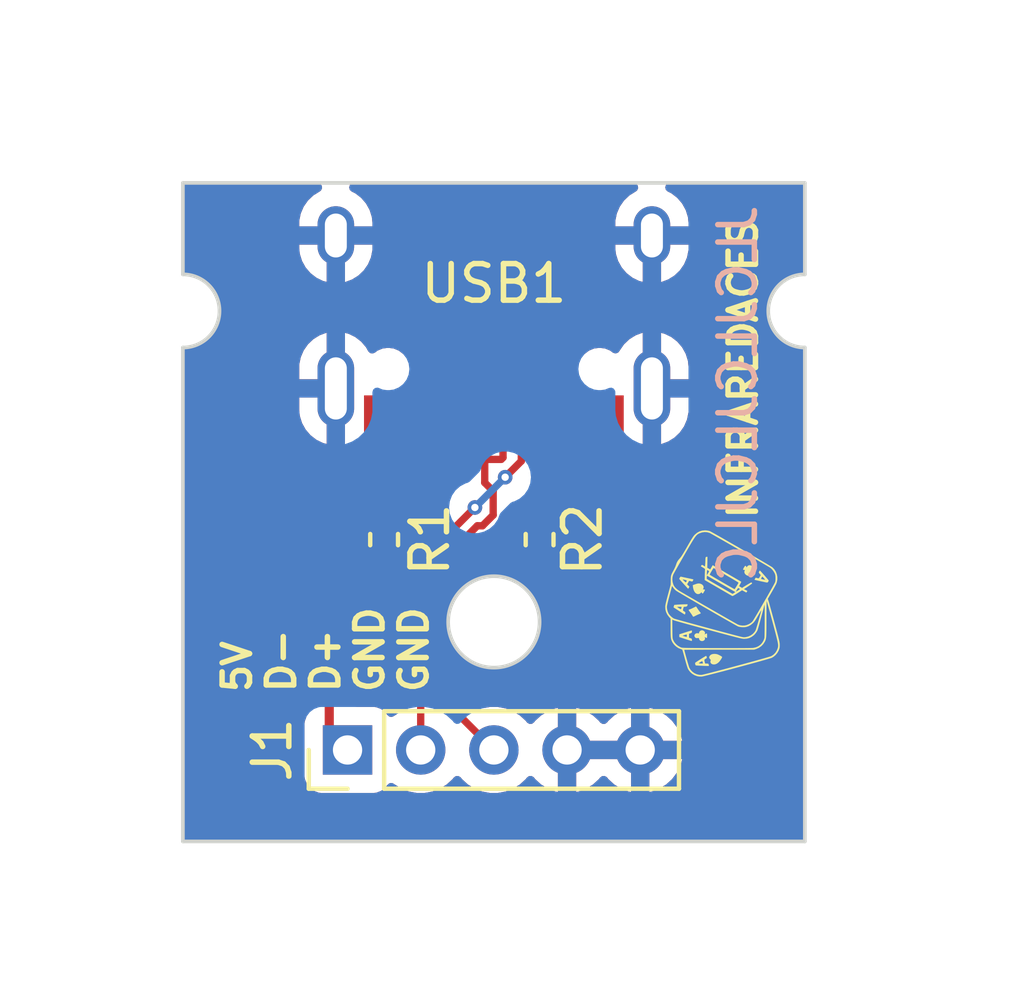
<source format=kicad_pcb>
(kicad_pcb (version 20221018) (generator pcbnew)
  (layers (0 "F.Cu" signal) (31 "B.Cu" signal) (34 "B.Paste" user) (35 "F.Paste" user) (36 "B.SilkS" user "B.Silkscreen") (37 "F.SilkS" user "F.Silkscreen") (38 "B.Mask" user) (39 "F.Mask" user) (44 "Edge.Cuts" user))
  (net 0 "")
  (net 1 "GND")
  (net 2 "Net-(USB1-CC2)")
  (net 3 "Net-(USB1-CC1)")
  (net 4 "/USB_D+")
  (net 5 "/USB_D-")
  (net 8 "+5V")
  (footprint "Resistor_SMD:R_0402_1005Metric" (layer "F.Cu") (at 135.5 79.75 -90)
    (fp_text reference "R1" (at 0 -1.25 90) (layer "F.SilkS"))
    (fp_text value "5.1k")
    (fp_line (start -0.153641 -0.38) (end 0.153641 -0.38) (stroke (width 0.12)) (layer "F.SilkS"))
    (fp_line (start -0.153641 0.38) (end 0.153641 0.38) (stroke (width 0.12)) (layer "F.SilkS"))
    (pad "1" smd roundrect (at -0.51 0 270) (size 0.54 0.64) (layers "F.Cu" "F.Paste" "F.Mask") (net 2 "Net-(USB1-CC2)"))
    (pad "2" smd roundrect (at 0.51 0 270) (size 0.54 0.64) (layers "F.Cu" "F.Paste" "F.Mask") (net 1 "GND"))
  )
  (footprint "Resistor_SMD:R_0402_1005Metric" (layer "F.Cu") (at 139.75 79.75 -90)
    (fp_text reference "R2" (at 0 -1.17 90) (layer "F.SilkS"))
    (fp_text value "5.1k")
    (fp_line (start -0.153641 -0.38) (end 0.153641 -0.38) (stroke (width 0.12)) (layer "F.SilkS"))
    (fp_line (start -0.153641 0.38) (end 0.153641 0.38) (stroke (width 0.12)) (layer "F.SilkS"))
    (pad "1" smd roundrect (at -0.51 0 270) (size 0.54 0.64) (layers "F.Cu" "F.Paste" "F.Mask") (net 3 "Net-(USB1-CC1)"))
    (pad "2" smd roundrect (at 0.51 0 270) (size 0.54 0.64) (layers "F.Cu" "F.Paste" "F.Mask") (net 1 "GND"))
  )
  (footprint "Connector_PinHeader_2.00mm:PinHeader_1x05_P2.00mm_Vertical" (layer "F.Cu") (at 134.5 85.5 90)
    (fp_text reference "J1" (at 0 -2.06 90) (layer "F.SilkS"))
    (fp_text value "Conn_01x05")
    (fp_line (start -1.06 -1.06) (end 0 -1.06) (stroke (width 0.12)) (layer "F.SilkS"))
    (fp_line (start -1.06 0) (end -1.06 -1.06) (stroke (width 0.12)) (layer "F.SilkS"))
    (fp_line (start -1.06 1) (end -1.06 9.06) (stroke (width 0.12)) (layer "F.SilkS"))
    (fp_line (start -1.06 1) (end 1.06 1) (stroke (width 0.12)) (layer "F.SilkS"))
    (fp_line (start -1.06 9.06) (end 1.06 9.06) (stroke (width 0.12)) (layer "F.SilkS"))
    (fp_line (start 1.06 1) (end 1.06 9.06) (stroke (width 0.12)) (layer "F.SilkS"))
    (pad "1" thru_hole rect (at 0 0 90) (size 1.35 1.35) (drill 0.8) (layers "*.Cu" "*.Mask") (net 8 "+5V"))
    (pad "2" thru_hole oval (at 0 2 90) (size 1.35 1.35) (drill 0.8) (layers "*.Cu" "*.Mask") (net 5 "/USB_D-"))
    (pad "3" thru_hole oval (at 0 4 90) (size 1.35 1.35) (drill 0.8) (layers "*.Cu" "*.Mask") (net 4 "/USB_D+"))
    (pad "4" thru_hole oval (at 0 6 90) (size 1.35 1.35) (drill 0.8) (layers "*.Cu" "*.Mask") (net 1 "GND"))
    (pad "5" thru_hole oval (at 0 8 90) (size 1.35 1.35) (drill 0.8) (layers "*.Cu" "*.Mask") (net 1 "GND"))
  )
  (footprint "Type-C:HRO-TYPE-C-31-M-12-Assembly" (layer "F.Cu") (at 138.5 68.8375 180)
    (fp_text reference "USB1" (at 0 -3.9125) (layer "F.SilkS"))
    (fp_text value "HRO-TYPE-C-31-M-12")
    (pad "" np_thru_hole circle (at -2.89 -6.25 180) (size 0.65 0.65) (drill 0.65) (layers "*.Cu" "*.Mask"))
    (pad "" np_thru_hole circle (at 2.89 -6.25 180) (size 0.65 0.65) (drill 0.65) (layers "*.Cu" "*.Mask"))
    (pad "1" smd rect (at -3.25 -7.695 180) (size 0.6 1.45) (layers "F.Cu" "F.Paste" "F.Mask") (net 1 "GND"))
    (pad "2" smd rect (at -2.45 -7.695 180) (size 0.6 1.45) (layers "F.Cu" "F.Paste" "F.Mask") (net 8 "+5V"))
    (pad "3" smd rect (at -1.75 -7.695 180) (size 0.3 1.45) (layers "F.Cu" "F.Paste" "F.Mask"))
    (pad "4" smd rect (at -1.25 -7.695 180) (size 0.3 1.45) (layers "F.Cu" "F.Paste" "F.Mask") (net 3 "Net-(USB1-CC1)"))
    (pad "5" smd rect (at -0.75 -7.695 180) (size 0.3 1.45) (layers "F.Cu" "F.Paste" "F.Mask") (net 5 "/USB_D-"))
    (pad "6" smd rect (at -0.25 -7.695 180) (size 0.3 1.45) (layers "F.Cu" "F.Paste" "F.Mask") (net 4 "/USB_D+"))
    (pad "7" smd rect (at 0.25 -7.695 180) (size 0.3 1.45) (layers "F.Cu" "F.Paste" "F.Mask") (net 5 "/USB_D-"))
    (pad "8" smd rect (at 0.75 -7.695 180) (size 0.3 1.45) (layers "F.Cu" "F.Paste" "F.Mask") (net 4 "/USB_D+"))
    (pad "9" smd rect (at 1.25 -7.695 180) (size 0.3 1.45) (layers "F.Cu" "F.Paste" "F.Mask"))
    (pad "10" smd rect (at 1.75 -7.695 180) (size 0.3 1.45) (layers "F.Cu" "F.Paste" "F.Mask") (net 2 "Net-(USB1-CC2)"))
    (pad "11" smd rect (at 2.45 -7.695 180) (size 0.6 1.45) (layers "F.Cu" "F.Paste" "F.Mask") (net 8 "+5V"))
    (pad "12" smd rect (at 3.25 -7.695 180) (size 0.6 1.45) (layers "F.Cu" "F.Paste" "F.Mask") (net 1 "GND"))
    (pad "13" thru_hole oval (at -4.32 -6.78 180) (size 1 2.1) (drill oval 0.6 1.7) (layers "*.Cu" "*.Mask") (net 1 "GND"))
    (pad "13" thru_hole oval (at -4.32 -2.6 180) (size 1 1.6) (drill oval 0.6 1.2) (layers "*.Cu" "*.Mask") (net 1 "GND"))
    (pad "13" thru_hole oval (at 4.32 -6.78 180) (size 1 2.1) (drill oval 0.6 1.7) (layers "*.Cu" "*.Mask") (net 1 "GND"))
    (pad "13" thru_hole oval (at 4.32 -2.6 180) (size 1 1.6) (drill oval 0.6 1.2) (layers "*.Cu" "*.Mask") (net 1 "GND"))
  )
  (footprint "Logo:InfraredAces-logo-4x3.1mm" (layer "F.Cu") (at 144.75 81.5 90)
    (fp_text reference "G***" hide)
    (fp_text value "LOGO" hide)
    (fp_poly (pts (xy -1.439953 -0.357076) (xy -1.428561 -0.3507) (xy -1.40002 -0.324344) (xy -1.381765 -0.286616) (xy -1.373989 -0.238036) (xy -1.374387 -0.204588) (xy -1.377469 -0.173112) (xy -1.383295 -0.146296) (xy -1.393615 -0.118365) (xy -1.41018 -0.083543) (xy -1.412372 -0.079212) (xy -1.4283 -0.049997) (xy -1.443064 -0.026652) (xy -1.454537 -0.012372) (xy -1.458837 -0.009503) (xy -1.470518 -0.01253) (xy -1.491311 -0.022573) (xy -1.517513 -0.037754) (xy -1.529141 -0.045146) (xy -1.573961 -0.077175) (xy -1.607397 -0.108191) (xy -1.632962 -0.141805) (xy -1.646506 -0.165739) (xy -1.659957 -0.203975) (xy -1.663161 -0.24271) (xy -1.656706 -0.278359) (xy -1.641181 -0.30734) (xy -1.620439 -0.324504) (xy -1.598714 -0.330957) (xy -1.574938 -0.331367) (xy -1.555464 -0.326138) (xy -1.548123 -0.319909) (xy -1.540926 -0.321097) (xy -1.526992 -0.331271) (xy -1.517619 -0.340005) (xy -1.492073 -0.359939) (xy -1.467458 -0.365477)) (fill solid) (layer "F.SilkS"))
    (fp_poly (pts (xy 0.946057 0.564427) (xy 0.970939 0.576089) (xy 0.990406 0.587353) (xy 1.018851 0.606557) (xy 1.032919 0.621826) (xy 1.033014 0.634197) (xy 1.019543 0.644705) (xy 1.013875 0.647258) (xy 0.989817 0.657223) (xy 1.012186 0.670827) (xy 1.036712 0.693876) (xy 1.04905 0.723823) (xy 1.049036 0.757632) (xy 1.036506 0.792265) (xy 1.020019 0.815578) (xy 0.996875 0.837977) (xy 0.969696 0.855651) (xy 0.935574 0.869813) (xy 0.891599 0.881679) (xy 0.836489 0.892191) (xy 0.817657 0.893142) (xy 0.806405 0.885428) (xy 0.800309 0.875178) (xy 0.79186 0.855287) (xy 0.781959 0.826983) (xy 0.772046 0.795102) (xy 0.763565 0.764482) (xy 0.757958 0.739956) (xy 0.756506 0.728327) (xy 0.762195 0.689136) (xy 0.777466 0.654226) (xy 0.79999 0.625694) (xy 0.827436 0.605639) (xy 0.857472 0.596156) (xy 0.887767 0.599344) (xy 0.896007 0.602807) (xy 0.920233 0.614893) (xy 0.920233 0.588195) (xy 0.922503 0.570459) (xy 0.930512 0.562544)) (fill solid) (layer "F.SilkS"))
    (fp_poly (pts (xy 0.520362 -0.771109) (xy 0.536107 -0.72602) (xy 0.546051 -0.691484) (xy 0.550795 -0.663833) (xy 0.55094 -0.639398) (xy 0.54709 -0.61451) (xy 0.546493 -0.61179) (xy 0.532399 -0.573843) (xy 0.510371 -0.544028) (xy 0.482949 -0.523994) (xy 0.452678 -0.51539) (xy 0.422099 -0.519867) (xy 0.412152 -0.524624) (xy 0.390798 -0.536879) (xy 0.388414 -0.508849) (xy 0.384907 -0.48998) (xy 0.379342 -0.479622) (xy 0.378231 -0.47911) (xy 0.368088 -0.481963) (xy 0.348692 -0.491075) (xy 0.324077 -0.504535) (xy 0.3219 -0.505803) (xy 0.293042 -0.524095) (xy 0.277726 -0.53797) (xy 0.275088 -0.548985) (xy 0.284262 -0.558696) (xy 0.290497 -0.562281) (xy 0.306721 -0.571467) (xy 0.30974 -0.578379) (xy 0.300159 -0.58799) (xy 0.294202 -0.592706) (xy 0.277918 -0.611184) (xy 0.26545 -0.634782) (xy 0.264782 -0.636707) (xy 0.25995 -0.673586) (xy 0.269392 -0.70833) (xy 0.291817 -0.739806) (xy 0.325934 -0.766886) (xy 0.370454 -0.788438) (xy 0.424084 -0.803331) (xy 0.461132 -0.808705) (xy 0.50504 -0.81305)) (fill solid) (layer "F.SilkS"))
    (fp_poly (pts (xy -0.166826 -0.921277) (xy -0.15946 -0.904233) (xy -0.156428 -0.894888) (xy -0.148365 -0.872906) (xy -0.135196 -0.842459) (xy -0.119241 -0.808801) (xy -0.112301 -0.795035) (xy -0.097562 -0.765961) (xy -0.085993 -0.742339) (xy -0.079161 -0.72741) (xy -0.077986 -0.724007) (xy -0.084123 -0.718111) (xy -0.100302 -0.706587) (xy -0.123173 -0.691803) (xy -0.125947 -0.690084) (xy -0.158393 -0.668755) (xy -0.192894 -0.644089) (xy -0.21552 -0.626587) (xy -0.237178 -0.609608) (xy -0.254239 -0.597448) (xy -0.263068 -0.592695) (xy -0.263132 -0.592693) (xy -0.268702 -0.599415) (xy -0.277512 -0.617027) (xy -0.287544 -0.641434) (xy -0.301719 -0.675623) (xy -0.319316 -0.713585) (xy -0.332346 -0.739185) (xy -0.345448 -0.764843) (xy -0.354892 -0.78587) (xy -0.358726 -0.797896) (xy -0.358735 -0.79818) (xy -0.35234 -0.807854) (xy -0.336625 -0.81867) (xy -0.33339 -0.8203) (xy -0.316208 -0.830184) (xy -0.29076 -0.846825) (xy -0.261148 -0.86748) (xy -0.243662 -0.880234) (xy -0.2162 -0.900178) (xy -0.193217 -0.916042) (xy -0.177656 -0.925843) (xy -0.17276 -0.928032)) (fill solid) (layer "F.SilkS"))
    (fp_poly (pts (xy -0.786216 -1.017716) (xy -0.77078 -0.969477) (xy -0.757108 -0.925933) (xy -0.745897 -0.889373) (xy -0.737845 -0.862087) (xy -0.73365 -0.846365) (xy -0.733206 -0.843749) (xy -0.738853 -0.837092) (xy -0.757191 -0.835494) (xy -0.765582 -0.835951) (xy -0.784838 -0.838233) (xy -0.796204 -0.844112) (xy -0.80408 -0.857591) (xy -0.811097 -0.877341) (xy -0.824097 -0.916334) (xy -0.877341 -0.916334) (xy -0.930585 -0.916334) (xy -0.943585 -0.877341) (xy -0.951904 -0.854548) (xy -0.960069 -0.842667) (xy -0.972482 -0.837694) (xy -0.9891 -0.835951) (xy -1.011632 -0.836081) (xy -1.020957 -0.841133) (xy -1.021437 -0.843749) (xy -1.019057 -0.853875) (xy -1.012496 -0.876526) (xy -1.002457 -0.909416) (xy -0.989642 -0.950256) (xy -0.980104 -0.980049) (xy -0.909687 -0.980049) (xy -0.90152 -0.975988) (xy -0.881632 -0.974836) (xy -0.877867 -0.974824) (xy -0.856749 -0.975733) (xy -0.843979 -0.978037) (xy -0.842248 -0.979462) (xy -0.844368 -0.989517) (xy -0.849797 -1.008886) (xy -0.857133 -1.033111) (xy -0.864975 -1.057735) (xy -0.871922 -1.0783) (xy -0.876575 -1.090348) (xy -0.877547 -1.091803) (xy -0.880852 -1.084962) (xy -0.886819 -1.067195) (xy -0.892826 -1.046961) (xy -0.900389 -1.020312) (xy -0.906671 -0.998297) (xy -0.909503 -0.988471) (xy -0.909687 -0.980049) (xy -0.980104 -0.980049) (xy -0.974754 -0.99676) (xy -0.96796 -1.017716) (xy -0.914662 -1.181486) (xy -0.876875 -1.181486) (xy -0.839088 -1.181486)) (fill solid) (layer "F.SilkS"))
    (fp_poly (pts (xy -0.848462 -0.763216) (xy -0.82777 -0.746638) (xy -0.81328 -0.722698) (xy -0.8074 -0.693357) (xy -0.812539 -0.660579) (xy -0.813094 -0.658981) (xy -0.814488 -0.647184) (xy -0.804599 -0.642723) (xy -0.799135 -0.642252) (xy -0.768572 -0.633196) (xy -0.74483 -0.61146) (xy -0.732384 -0.585688) (xy -0.727451 -0.56297) (xy -0.729861 -0.544219) (xy -0.73791 -0.525327) (xy -0.758283 -0.495552) (xy -0.782763 -0.479682) (xy -0.810045 -0.478437) (xy -0.818321 -0.480925) (xy -0.841784 -0.489782) (xy -0.826753 -0.460318) (xy -0.818544 -0.441162) (xy -0.815846 -0.428178) (xy -0.816586 -0.425989) (xy -0.826262 -0.423595) (xy -0.847167 -0.421859) (xy -0.874938 -0.421129) (xy -0.877341 -0.421124) (xy -0.905475 -0.421758) (xy -0.927095 -0.423426) (xy -0.937836 -0.42578) (xy -0.938096 -0.425989) (xy -0.937829 -0.435214) (xy -0.931474 -0.452795) (xy -0.927287 -0.461577) (xy -0.917948 -0.480369) (xy -0.915701 -0.488055) (xy -0.920524 -0.487407) (xy -0.927109 -0.484007) (xy -0.954362 -0.476213) (xy -0.980776 -0.483439) (xy -0.993 -0.491666) (xy -1.013196 -0.515499) (xy -1.022921 -0.544235) (xy -1.023014 -0.574411) (xy -1.014319 -0.602564) (xy -0.997677 -0.625229) (xy -0.97393 -0.638943) (xy -0.956597 -0.641434) (xy -0.946363 -0.642542) (xy -0.941487 -0.648403) (xy -0.940669 -0.662825) (xy -0.942124 -0.683826) (xy -0.943328 -0.709743) (xy -0.940345 -0.726586) (xy -0.931385 -0.740688) (xy -0.923679 -0.749139) (xy -0.898825 -0.766429) (xy -0.87295 -0.770467)) (fill solid) (layer "F.SilkS"))
    (fp_poly (pts (xy -0.068486 -1.330022) (xy -0.035094 -1.320186) (xy -0.030108 -1.265227) (xy -0.026874 -1.224735) (xy -0.024008 -1.179713) (xy -0.021587 -1.132716) (xy -0.01969 -1.086299) (xy -0.018395 -1.043015) (xy -0.017781 -1.005419) (xy -0.017926 -0.976065) (xy -0.018909 -0.957507) (xy -0.0205 -0.952131) (xy -0.032182 -0.954635) (xy -0.051007 -0.95971) (xy -0.051659 -0.959899) (xy -0.069533 -0.969754) (xy -0.080361 -0.988366) (xy -0.085237 -1.018234) (xy -0.085785 -1.037887) (xy -0.088015 -1.053089) (xy -0.097593 -1.06196) (xy -0.115454 -1.067996) (xy -0.149501 -1.076914) (xy -0.171976 -1.081232) (xy -0.186365 -1.080419) (xy -0.196154 -1.07394) (xy -0.204828 -1.061262) (xy -0.209147 -1.053661) (xy -0.221276 -1.033789) (xy -0.231325 -1.020225) (xy -0.234193 -1.01757) (xy -0.246712 -1.015511) (xy -0.265188 -1.017607) (xy -0.283355 -1.02246) (xy -0.294945 -1.028669) (xy -0.296346 -1.031452) (xy -0.294691 -1.036905) (xy -0.289229 -1.047615) (xy -0.279218 -1.064775) (xy -0.263916 -1.08958) (xy -0.242581 -1.123222) (xy -0.232849 -1.138341) (xy -0.151195 -1.138341) (xy -0.145433 -1.132027) (xy -0.131761 -1.127896) (xy -0.123206 -1.126051) (xy -0.089684 -1.11893) (xy -0.087286 -1.148258) (xy -0.086302 -1.176293) (xy -0.087024 -1.206693) (xy -0.087286 -1.210731) (xy -0.089684 -1.243875) (xy -0.119685 -1.197699) (xy -0.138456 -1.168444) (xy -0.148914 -1.149569) (xy -0.151195 -1.138341) (xy -0.232849 -1.138341) (xy -0.214469 -1.166896) (xy -0.178839 -1.221794) (xy -0.158592 -1.252874) (xy -0.101877 -1.339858)) (fill solid) (layer "F.SilkS"))
    (fp_poly (pts (xy 0.694341 -1.177286) (xy 0.708913 -1.169278) (xy 0.728936 -1.1561) (xy 0.736933 -1.144632) (xy 0.736722 -1.135313) (xy 0.733973 -1.122838) (xy 0.728569 -1.097771) (xy 0.72108 -1.062782) (xy 0.712078 -1.020537) (xy 0.702133 -0.973707) (xy 0.701543 -0.970925) (xy 0.689608 -0.914772) (xy 0.680401 -0.872057) (xy 0.673452 -0.840948) (xy 0.668291 -0.819618) (xy 0.664449 -0.806237) (xy 0.661457 -0.798975) (xy 0.658844 -0.796004) (xy 0.656505 -0.795485) (xy 0.646919 -0.799214) (xy 0.630172 -0.808357) (xy 0.62671 -0.810437) (xy 0.602239 -0.825359) (xy 0.612367 -0.868931) (xy 0.622496 -0.912503) (xy 0.575208 -0.940218) (xy 0.52792 -0.967933) (xy 0.495219 -0.935839) (xy 0.462518 -0.903746) (xy 0.434022 -0.920559) (xy 0.416534 -0.931417) (xy 0.406478 -0.938705) (xy 0.405526 -0.939919) (xy 0.411006 -0.945476) (xy 0.426172 -0.959727) (xy 0.449117 -0.980932) (xy 0.471793 -1.001725) (xy 0.581064 -1.001725) (xy 0.581838 -1.000903) (xy 0.594623 -0.993856) (xy 0.605234 -0.986488) (xy 0.619425 -0.977741) (xy 0.629656 -0.978104) (xy 0.637751 -0.989379) (xy 0.645533 -1.013368) (xy 0.649842 -1.030546) (xy 0.655991 -1.05784) (xy 0.659886 -1.078483) (xy 0.660792 -1.088513) (xy 0.660641 -1.088842) (xy 0.654431 -1.084908) (xy 0.640258 -1.07217) (xy 0.620886 -1.053146) (xy 0.615631 -1.047783) (xy 0.596832 -1.027041) (xy 0.584633 -1.010749) (xy 0.581064 -1.001725) (xy 0.471793 -1.001725) (xy 0.477931 -1.007353) (xy 0.510705 -1.037252) (xy 0.545532 -1.068888) (xy 0.580501 -1.100525) (xy 0.613705 -1.130423) (xy 0.643235 -1.156844) (xy 0.660357 -1.172038) (xy 0.671365 -1.180768) (xy 0.68082 -1.182624)) (fill solid) (layer "F.SilkS"))
    (fp_poly (pts (xy -1.621141 -0.74857) (xy -1.614661 -0.745192) (xy -1.604638 -0.731608) (xy -1.588775 -0.708343) (xy -1.568553 -0.677734) (xy -1.545452 -0.642118) (xy -1.520951 -0.603833) (xy -1.496533 -0.565216) (xy -1.473676 -0.528604) (xy -1.453862 -0.496334) (xy -1.43857 -0.470743) (xy -1.429281 -0.45417) (xy -1.427142 -0.449126) (xy -1.433991 -0.441239) (xy -1.450859 -0.434034) (xy -1.472222 -0.429531) (xy -1.482378 -0.428923) (xy -1.489633 -0.435101) (xy -1.501286 -0.450964) (xy -1.509873 -0.464756) (xy -1.520514 -0.482178) (xy -1.530036 -0.492608) (xy -1.541999 -0.496712) (xy -1.559964 -0.495155) (xy -1.587492 -0.488603) (xy -1.608034 -0.483102) (xy -1.637703 -0.475113) (xy -1.637703 -0.432982) (xy -1.639084 -0.408611) (xy -1.642631 -0.391126) (xy -1.645756 -0.385873) (xy -1.663665 -0.37789) (xy -1.683571 -0.373065) (xy -1.699323 -0.372534) (xy -1.704435 -0.37505) (xy -1.705177 -0.384291) (xy -1.705118 -0.406358) (xy -1.704381 -0.438503) (xy -1.703089 -0.477982) (xy -1.701364 -0.522048) (xy -1.700743 -0.536062) (xy -1.637703 -0.536062) (xy -1.609132 -0.540699) (xy -1.588647 -0.545363) (xy -1.575275 -0.550827) (xy -1.574193 -0.551702) (xy -1.574888 -0.560924) (xy -1.582596 -0.579395) (xy -1.595709 -0.603365) (xy -1.597866 -0.606918) (xy -1.613344 -0.631377) (xy -1.622952 -0.643959) (xy -1.628564 -0.646327) (xy -1.632051 -0.640144) (xy -1.632699 -0.637877) (xy -1.635483 -0.619814) (xy -1.637264 -0.593609) (xy -1.637597 -0.578025) (xy -1.637703 -0.536062) (xy -1.700743 -0.536062) (xy -1.69933 -0.567957) (xy -1.697108 -0.612963) (xy -1.694823 -0.654321) (xy -1.692595 -0.689285) (xy -1.69055 -0.71511) (xy -1.688808 -0.729049) (xy -1.688564 -0.729998) (xy -1.678993 -0.738674) (xy -1.660306 -0.745537) (xy -1.638892 -0.749273)) (fill solid) (layer "F.SilkS"))
    (fp_poly (pts (xy 0.65811 0.877141) (xy 0.673285 0.884263) (xy 0.690603 0.893679) (xy 0.704526 0.902395) (xy 0.709579 0.907221) (xy 0.707702 0.914806) (xy 0.702972 0.932925) (xy 0.698667 0.949175) (xy 0.693176 0.970523) (xy 0.692036 0.984721) (xy 0.697371 0.995389) (xy 0.711309 1.006143) (xy 0.735975 1.020601) (xy 0.743009 1.024613) (xy 0.780246 1.045895) (xy 0.81265 1.018157) (xy 0.831877 1.002739) (xy 0.846762 0.992668) (xy 0.852196 0.99042) (xy 0.863341 0.994032) (xy 0.879647 1.002534) (xy 0.895211 1.012428) (xy 0.904132 1.020215) (xy 0.904636 1.02151) (xy 0.899017 1.028606) (xy 0.883509 1.043987) (xy 0.86014 1.065872) (xy 0.830934 1.092479) (xy 0.797917 1.122029) (xy 0.763115 1.152739) (xy 0.728555 1.182829) (xy 0.696261 1.210517) (xy 0.66826 1.234022) (xy 0.646577 1.251563) (xy 0.633238 1.261359) (xy 0.630202 1.262801) (xy 0.617095 1.258447) (xy 0.598697 1.248577) (xy 0.596592 1.247253) (xy 0.57952 1.232169) (xy 0.575674 1.215874) (xy 0.575831 1.214679) (xy 0.578871 1.197815) (xy 0.584429 1.170147) (xy 0.586378 1.160829) (xy 0.649125 1.160829) (xy 0.652162 1.162114) (xy 0.664442 1.154499) (xy 0.683632 1.139535) (xy 0.692565 1.131973) (xy 0.714838 1.112401) (xy 0.731679 1.09696) (xy 0.740299 1.088232) (xy 0.740866 1.087289) (xy 0.734721 1.08257) (xy 0.719836 1.073936) (xy 0.701537 1.064214) (xy 0.685149 1.05623) (xy 0.675997 1.052811) (xy 0.675903 1.052809) (xy 0.672867 1.059794) (xy 0.66813 1.078) (xy 0.663347 1.10039) (xy 0.657591 1.127803) (xy 0.652233 1.150255) (xy 0.649125 1.160829) (xy 0.586378 1.160829) (xy 0.591918 1.134346) (xy 0.60075 1.093081) (xy 0.610337 1.049022) (xy 0.620089 1.00484) (xy 0.629419 0.963204) (xy 0.637738 0.926784) (xy 0.644458 0.89825) (xy 0.648991 0.880273) (xy 0.650612 0.875311)) (fill solid) (layer "F.SilkS"))
    (fp_poly (pts (xy 1.025519 -0.589902) (xy 1.038665 -0.581871) (xy 1.052049 -0.571333) (xy 1.060079 -0.562347) (xy 1.060608 -0.560579) (xy 1.056761 -0.550598) (xy 1.046849 -0.532196) (xy 1.03751 -0.516634) (xy 1.014412 -0.479614) (xy 1.066755 -0.474733) (xy 1.102148 -0.472098) (xy 1.143887 -0.469946) (xy 1.181486 -0.468778) (xy 1.222221 -0.467572) (xy 1.249841 -0.465038) (xy 1.266821 -0.46031) (xy 1.275635 -0.452526) (xy 1.278758 -0.44082) (xy 1.278968 -0.434742) (xy 1.278968 -0.411187) (xy 1.129826 -0.414206) (xy 0.980685 -0.417225) (xy 0.957803 -0.376811) (xy 0.934922 -0.336397) (xy 0.993058 -0.302702) (xy 1.051194 -0.269007) (xy 0.826954 0.119138) (xy 0.785793 0.190329) (xy 0.746917 0.257457) (xy 0.711032 0.319311) (xy 0.678844 0.374679) (xy 0.651059 0.422348) (xy 0.628385 0.461105) (xy 0.611528 0.48974) (xy 0.601193 0.507039) (xy 0.598101 0.511898) (xy 0.589723 0.510395) (xy 0.571427 0.502375) (xy 0.546633 0.489399) (xy 0.537259 0.484095) (xy 0.510963 0.46996) (xy 0.489864 0.460528) (xy 0.477416 0.457272) (xy 0.475757 0.457847) (xy 0.46913 0.467729) (xy 0.457925 0.48629) (xy 0.450095 0.499827) (xy 0.429709 0.535639) (xy 0.450426 0.566115) (xy 0.462069 0.584119) (xy 0.479449 0.61209) (xy 0.500426 0.646534) (xy 0.522856 0.683958) (xy 0.528248 0.693046) (xy 0.550523 0.730979) (xy 0.565595 0.757842) (xy 0.574373 0.775883) (xy 0.577767 0.787356) (xy 0.576687 0.794509) (xy 0.572041 0.799593) (xy 0.571476 0.800029) (xy 0.558631 0.808519) (xy 0.553116 0.810805) (xy 0.546982 0.804961) (xy 0.534186 0.78906) (xy 0.51691 0.765888) (xy 0.505979 0.750614) (xy 0.481845 0.715839) (xy 0.456233 0.678015) (xy 0.433902 0.64419) (xy 0.429777 0.637789) (xy 0.396228 0.585404) (xy 0.372974 0.63194) (xy 0.360492 0.655445) (xy 0.350233 0.672116) (xy 0.344479 0.678303) (xy 0.335137 0.673879) (xy 0.320805 0.663954) (xy 0.302372 0.649778) (xy 0.33377 0.59199) (xy 0.365168 0.534203) (xy 0.283313 0.406232) (xy 0.259382 0.36854) (xy 0.330733 0.36854) (xy 0.333023 0.376052) (xy 0.341742 0.392571) (xy 0.354493 0.414245) (xy 0.368877 0.437223) (xy 0.382497 0.457653) (xy 0.392955 0.471684) (xy 0.397457 0.475713) (xy 0.404478 0.469502) (xy 0.413638 0.454535) (xy 0.413773 0.454267) (xy 0.422145 0.437624) (xy 0.427011 0.428056) (xy 0.422082 0.422355) (xy 0.40751 0.411652) (xy 0.387332 0.398441) (xy 0.365583 0.385217) (xy 0.346297 0.374475) (xy 0.333511 0.36871) (xy 0.330733 0.36854) (xy 0.259382 0.36854) (xy 0.254847 0.361397) (xy 0.234065 0.327655) (xy 0.220011 0.303118) (xy 0.211727 0.285894) (xy 0.208344 0.274393) (xy 0.266184 0.274393) (xy 0.289973 0.313055) (xy 0.303064 0.333285) (xy 0.312726 0.346279) (xy 0.316325 0.349154) (xy 0.32059 0.342119) (xy 0.32883 0.328094) (xy 0.39563 0.328094) (xy 0.401307 0.334203) (xy 0.417589 0.346062) (xy 0.441454 0.361831) (xy 0.46988 0.379673) (xy 0.499845 0.397748) (xy 0.528328 0.414218) (xy 0.552305 0.427244) (xy 0.568756 0.434988) (xy 0.573526 0.43633) (xy 0.578893 0.429846) (xy 0.591208 0.411093) (xy 0.609702 0.381354) (xy 0.633604 0.341914) (xy 0.662144 0.294056) (xy 0.694552 0.239066) (xy 0.730057 0.178226) (xy 0.767891 0.112821) (xy 0.775596 0.099432) (xy 0.813715 0.033127) (xy 0.849458 -0.029063) (xy 0.882075 -0.085831) (xy 0.910813 -0.135869) (xy 0.934922 -0.17787) (xy 0.953653 -0.210527) (xy 0.966253 -0.232531) (xy 0.971972 -0.242575) (xy 0.97222 -0.243026) (xy 0.966999 -0.248641) (xy 0.951048 -0.259922) (xy 0.927354 -0.275114) (xy 0.898904 -0.292459) (xy 0.868685 -0.310199) (xy 0.839683 -0.326577) (xy 0.814886 -0.339836) (xy 0.79728 -0.348219) (xy 0.790112 -0.350168) (xy 0.785274 -0.343233) (xy 0.773581 -0.324339) (xy 0.755946 -0.295056) (xy 0.733279 -0.25695) (xy 0.706493 -0.211591) (xy 0.6765 -0.160546) (xy 0.644213 -0.105383) (xy 0.610541 -0.047669) (xy 0.576399 0.011026) (xy 0.542697 0.069135) (xy 0.510348 0.125091) (xy 0.480263 0.177324) (xy 0.453355 0.224268) (xy 0.430536 0.264354) (xy 0.412716 0.296014) (xy 0.400809 0.31768) (xy 0.395727 0.327785) (xy 0.39563 0.328094) (xy 0.32883 0.328094) (xy 0.331951 0.322783) (xy 0.349708 0.292353) (xy 0.373161 0.252037) (xy 0.401607 0.20304) (xy 0.434348 0.146571) (xy 0.47068 0.083836) (xy 0.509904 0.016041) (xy 0.54185 -0.039217) (xy 0.76481 -0.425023) (xy 0.737111 -0.428617) (xy 0.775959 -0.428617) (xy 0.82665 -0.39823) (xy 0.85159 -0.383575) (xy 0.871193 -0.372604) (xy 0.881784 -0.367363) (xy 0.882424 -0.367189) (xy 0.889441 -0.372689) (xy 0.900513 -0.38716) (xy 0.903608 -0.391879) (xy 0.919709 -0.417225) (xy 0.902424 -0.422296) (xy 0.88597 -0.424966) (xy 0.859716 -0.427022) (xy 0.83055 -0.427993) (xy 0.775959 -0.428617) (xy 0.737111 -0.428617) (xy 0.723593 -0.430371) (xy 0.692895 -0.432291) (xy 0.675648 -0.428206) (xy 0.673541 -0.426472) (xy 0.668027 -0.418085) (xy 0.655518 -0.397482) (xy 0.636783 -0.365976) (xy 0.61259 -0.324879) (xy 0.58371 -0.275502) (xy 0.550909 -0.219157) (xy 0.514959 -0.157156) (xy 0.476627 -0.090812) (xy 0.465445 -0.071416) (xy 0.266184 0.274393) (xy 0.208344 0.274393) (xy 0.208256 0.274093) (xy 0.208641 0.265827) (xy 0.210226 0.261958) (xy 0.21571 0.252271) (xy 0.228266 0.23039) (xy 0.247144 0.197613) (xy 0.271594 0.155241) (xy 0.300865 0.104572) (xy 0.334208 0.046905) (xy 0.370871 -0.01646) (xy 0.410104 -0.084224) (xy 0.431336 -0.120878) (xy 0.643679 -0.487412) (xy 0.768309 -0.485091) (xy 0.813179 -0.484038) (xy 0.854643 -0.482668) (xy 0.889245 -0.481124) (xy 0.913528 -0.479549) (xy 0.921005 -0.478755) (xy 0.934918 -0.477323) (xy 0.945171 -0.479461) (xy 0.954647 -0.487652) (xy 0.966234 -0.50438) (xy 0.982605 -0.531767) (xy 0.998076 -0.557975) (xy 1.010301 -0.578491) (xy 1.01732 -0.590033) (xy 1.0182 -0.591367)) (fill solid) (layer "F.SilkS"))
    (fp_poly (pts (xy -0.074329 -1.565453) (xy -0.050408 -1.56293) (xy -0.019532 -1.557704) (xy 0.019716 -1.549446) (xy 0.068757 -1.537826) (xy 0.129008 -1.522514) (xy 0.201887 -1.50318) (xy 0.253454 -1.489186) (xy 0.518606 -1.41676) (xy 0.635585 -1.415705) (xy 0.683173 -1.415024) (xy 0.72077 -1.413279) (xy 0.751977 -1.40946) (xy 0.780392 -1.40256) (xy 0.809616 -1.391571) (xy 0.843247 -1.375484) (xy 0.884887 -1.353291) (xy 0.912435 -1.338155) (xy 0.952601 -1.317237) (xy 0.994382 -1.29754) (xy 1.032653 -1.281367) (xy 1.060608 -1.271509) (xy 1.111317 -1.254082) (xy 1.15465 -1.232763) (xy 1.195881 -1.20446) (xy 1.239856 -1.166484) (xy 1.256708 -1.151908) (xy 1.277895 -1.135763) (xy 1.304774 -1.117193) (xy 1.338705 -1.095345) (xy 1.381046 -1.069364) (xy 1.433156 -1.038395) (xy 1.496394 -1.001586) (xy 1.563299 -0.963126) (xy 1.633738 -0.922683) (xy 1.692034 -0.888879) (xy 1.73967 -0.860767) (xy 1.778131 -0.8374) (xy 1.808901 -0.817829) (xy 1.833463 -0.801106) (xy 1.853302 -0.786284) (xy 1.869902 -0.772415) (xy 1.884747 -0.758551) (xy 1.886863 -0.756463) (xy 1.937645 -0.695892) (xy 1.974053 -0.629424) (xy 1.995895 -0.557556) (xy 2.00298 -0.480787) (xy 2.002174 -0.45646) (xy 1.998419 -0.419849) (xy 1.992192 -0.38306) (xy 1.984812 -0.35381) (xy 1.984483 -0.35282) (xy 1.978479 -0.339885) (xy 1.965174 -0.314521) (xy 1.945157 -0.277751) (xy 1.91902 -0.230598) (xy 1.887355 -0.174083) (xy 1.850753 -0.109231) (xy 1.809805 -0.037064) (xy 1.765103 0.041396) (xy 1.717238 0.125125) (xy 1.666802 0.213101) (xy 1.614385 0.3043) (xy 1.560579 0.397701) (xy 1.505976 0.49228) (xy 1.451167 0.587014) (xy 1.396743 0.68088) (xy 1.343296 0.772856) (xy 1.291417 0.861919) (xy 1.241697 0.947046) (xy 1.194729 1.027214) (xy 1.151102 1.1014) (xy 1.111409 1.168582) (xy 1.07624 1.227737) (xy 1.046188 1.277841) (xy 1.021844 1.317873) (xy 1.003799 1.346809) (xy 0.992644 1.363626) (xy 0.990357 1.3666) (xy 0.936175 1.41797) (xy 0.873607 1.45741) (xy 0.804929 1.484373) (xy 0.732417 1.498314) (xy 0.658345 1.498688) (xy 0.584989 1.484948) (xy 0.548911 1.472462) (xy 0.529847 1.463569) (xy 0.499663 1.448018) (xy 0.460674 1.427071) (xy 0.415197 1.401989) (xy 0.365549 1.374033) (xy 0.316682 1.345992) (xy 0.130354 1.238066) (xy 0.055429 1.262612) (xy 0.035 1.268857) (xy 0.000977 1.278711) (xy -0.045164 1.291767) (xy -0.101945 1.307616) (xy -0.167891 1.325851) (xy -0.241525 1.346065) (xy -0.321369 1.367849) (xy -0.405948 1.390796) (xy -0.493784 1.414499) (xy -0.530304 1.424316) (xy -0.632673 1.451758) (xy -0.721194 1.475369) (xy -0.797061 1.495437) (xy -0.86147 1.51225) (xy -0.915615 1.526095) (xy -0.960692 1.537261) (xy -0.997894 1.546034) (xy -1.028418 1.552704) (xy -1.053459 1.557558) (xy -1.07421 1.560883) (xy -1.091868 1.562968) (xy -1.107627 1.5641) (xy -1.111299 1.564264) (xy -1.155001 1.564361) (xy -1.194925 1.561474) (xy -1.221665 1.556875) (xy -1.288537 1.532616) (xy -1.351502 1.495809) (xy -1.407553 1.448871) (xy -1.453682 1.394219) (xy -1.480184 1.349155) (xy -1.486271 1.333145) (xy -1.495941 1.303221) (xy -1.508885 1.260544) (xy -1.524792 1.206274) (xy -1.543349 1.141574) (xy -1.564247 1.067604) (xy -1.587173 0.985525) (xy -1.611816 0.896499) (xy -1.637866 0.801688) (xy -1.665011 0.702251) (xy -1.692941 0.59935) (xy -1.721343 0.494147) (xy -1.749907 0.387802) (xy -1.778321 0.281478) (xy -1.806275 0.176334) (xy -1.833458 0.073532) (xy -1.859557 -0.025766) (xy -1.884262 -0.120399) (xy -1.907262 -0.209207) (xy -1.928246 -0.291028) (xy -1.946902 -0.364701) (xy -1.962919 -0.429065) (xy -1.975986 -0.482958) (xy -1.985793 -0.525219) (xy -1.992027 -0.554688) (xy -1.994343 -0.569555) (xy -1.994306 -0.577673) (xy -1.948017 -0.577673) (xy -1.945426 -0.5615) (xy -1.938979 -0.531528) (xy -1.928986 -0.488907) (xy -1.915758 -0.434788) (xy -1.899604 -0.370322) (xy -1.880834 -0.29666) (xy -1.859758 -0.214952) (xy -1.836686 -0.12635) (xy -1.811927 -0.032005) (xy -1.785792 0.066933) (xy -1.758589 0.169313) (xy -1.730629 0.273984) (xy -1.702223 0.379795) (xy -1.673678 0.485595) (xy -1.645306 0.590234) (xy -1.617417 0.69256) (xy -1.590319 0.791422) (xy -1.564323 0.885671) (xy -1.539739 0.974154) (xy -1.516876 1.055721) (xy -1.496044 1.129221) (xy -1.477554 1.193503) (xy -1.461714 1.247417) (xy -1.448836 1.289811) (xy -1.439227 1.319535) (xy -1.433199 1.335437) (xy -1.432778 1.336275) (xy -1.3932 1.394609) (xy -1.342023 1.444154) (xy -1.281647 1.483002) (xy -1.215764 1.508885) (xy -1.199019 1.513274) (xy -1.182538 1.516611) (xy -1.165229 1.518677) (xy -1.145997 1.519253) (xy -1.123747 1.518121) (xy -1.097385 1.515062) (xy -1.065818 1.509858) (xy -1.027952 1.50229) (xy -0.982691 1.49214) (xy -0.928942 1.479189) (xy -0.865611 1.463218) (xy -0.791604 1.444009) (xy -0.705826 1.421343) (xy -0.607183 1.395002) (xy -0.495377 1.364981) (xy -0.405299 1.340685) (xy -0.319571 1.317419) (xy -0.239394 1.295518) (xy -0.165964 1.275316) (xy -0.100481 1.257147) (xy -0.044144 1.241345) (xy 0.001849 1.228245) (xy 0.0363 1.21818) (xy 0.058009 1.211484) (xy 0.065731 1.208557) (xy 0.059781 1.20686) (xy 0.038545 1.205363) (xy 0.002331 1.204072) (xy -0.048551 1.202991) (xy -0.113791 1.202126) (xy -0.193081 1.201482) (xy -0.28611 1.201064) (xy -0.392571 1.200876) (xy -0.413715 1.200867) (xy -0.518578 1.200818) (xy -0.609112 1.200663) (xy -0.686584 1.200309) (xy -0.752264 1.199665) (xy -0.80742 1.198638) (xy -0.853319 1.197136) (xy -0.89123 1.195066) (xy -0.92242 1.192337) (xy -0.948159 1.188856) (xy -0.969713 1.184531) (xy -0.988352 1.17927) (xy -1.005344 1.17298) (xy -1.021956 1.165569) (xy -1.039457 1.156945) (xy -1.043141 1.155084) (xy -1.106759 1.114345) (xy -1.161567 1.061706) (xy -1.205946 0.999105) (xy -1.238275 0.928485) (xy -1.242194 0.916658) (xy -1.259472 0.861744) (xy -1.259472 0.163009) (xy -1.215425 0.163009) (xy -1.215414 0.2988) (xy -1.215221 0.419929) (xy -1.214847 0.526277) (xy -1.214294 0.617722) (xy -1.213561 0.694144) (xy -1.21265 0.755422) (xy -1.211561 0.801436) (xy -1.210294 0.832065) (xy -1.209228 0.844872) (xy -1.192267 0.917972) (xy -1.161959 0.983625) (xy -1.11877 1.040861) (xy -1.11132 1.048549) (xy -1.069042 1.083886) (xy -1.019488 1.114317) (xy -0.968377 1.13668) (xy -0.935831 1.145628) (xy -0.923416 1.146646) (xy -0.897881 1.147617) (xy -0.860849 1.148536) (xy -0.813943 1.149393) (xy -0.758785 1.150181) (xy -0.696998 1.150892) (xy -0.630204 1.151519) (xy -0.560027 1.152054) (xy -0.488088 1.152489) (xy -0.416011 1.152816) (xy -0.345418 1.153028) (xy -0.277932 1.153117) (xy -0.215176 1.153075) (xy -0.158772 1.152894) (xy -0.110343 1.152567) (xy -0.071511 1.152086) (xy -0.0439 1.151443) (xy -0.029131 1.150631) (xy -0.027295 1.14996) (xy -0.036261 1.147375) (xy -0.058711 1.141208) (xy -0.093054 1.131888) (xy -0.137701 1.119843) (xy -0.191063 1.105501) (xy -0.251551 1.08929) (xy -0.317573 1.07164) (xy -0.358735 1.060656) (xy -0.428904 1.041817) (xy -0.495811 1.023612) (xy -0.557638 1.006554) (xy -0.612567 0.991155) (xy -0.658777 0.977926) (xy -0.694451 0.967381) (xy -0.71777 0.960031) (xy -0.724235 0.957712) (xy -0.763427 0.937828) (xy -0.805342 0.909607) (xy -0.843816 0.877528) (xy -0.865643 0.854893) (xy -0.910206 0.793973) (xy -0.940409 0.731642) (xy -0.957401 0.664832) (xy -0.962051 0.600768) (xy -0.918692 0.600768) (xy -0.915652 0.630257) (xy -0.9146 0.63776) (xy -0.897333 0.707638) (xy -0.867285 0.772086) (xy -0.826041 0.828834) (xy -0.775182 0.875614) (xy -0.728611 0.904349) (xy -0.714802 0.909614) (xy -0.688133 0.918344) (xy -0.650794 0.92991) (xy -0.604974 0.943682) (xy -0.552864 0.959032) (xy -0.496653 0.97533) (xy -0.438531 0.991948) (xy -0.380689 1.008255) (xy -0.325316 1.023623) (xy -0.274602 1.037423) (xy -0.230738 1.049026) (xy -0.195912 1.057802) (xy -0.187556 1.059789) (xy -0.188683 1.056483) (xy -0.191455 1.053652) (xy -0.200175 1.047847) (xy -0.220344 1.035568) (xy -0.249861 1.018057) (xy -0.286621 0.99656) (xy -0.328522 0.972321) (xy -0.343138 0.963922) (xy -0.395515 0.933484) (xy -0.436532 0.908593) (xy -0.468643 0.88755) (xy -0.4943 0.868656) (xy -0.515955 0.850211) (xy -0.536061 0.830515) (xy -0.536881 0.829662) (xy -0.586529 0.767847) (xy -0.621748 0.700955) (xy -0.640123 0.640306) (xy -0.645469 0.595119) (xy -0.645416 0.542837) (xy -0.645293 0.541541) (xy -0.600041 0.541541) (xy -0.597805 0.606003) (xy -0.585143 0.66288) (xy -0.555596 0.730678) (xy -0.516575 0.787533) (xy -0.487585 0.817023) (xy -0.474658 0.826313) (xy -0.44952 0.842457) (xy -0.413494 0.864693) (xy -0.367899 0.892259) (xy -0.314058 0.924392) (xy -0.253292 0.960332) (xy -0.186921 0.999315) (xy -0.116267 1.04058) (xy -0.042652 1.083365) (xy 0.032605 1.126907) (xy 0.108181 1.170444) (xy 0.182755 1.213215) (xy 0.255007 1.254456) (xy 0.323614 1.293408) (xy 0.387257 1.329306) (xy 0.444613 1.361389) (xy 0.494361 1.388895) (xy 0.535181 1.411062) (xy 0.56575 1.427127) (xy 0.584749 1.436329) (xy 0.588854 1.437931) (xy 0.622033 1.445184) (xy 0.664677 1.448379) (xy 0.705772 1.448261) (xy 0.744358 1.446699) (xy 0.772771 1.443646) (xy 0.796431 1.437993) (xy 0.820758 1.428633) (xy 0.83619 1.421594) (xy 0.880535 1.39612) (xy 0.924055 1.362984) (xy 0.961832 1.326348) (xy 0.986387 1.294565) (xy 0.997695 1.27605) (xy 1.015745 1.245691) (xy 1.039947 1.204518) (xy 1.069707 1.153565) (xy 1.104434 1.093861) (xy 1.143534 1.026441) (xy 1.186417 0.952334) (xy 1.23249 0.872572) (xy 1.281161 0.788188) (xy 1.331837 0.700213) (xy 1.383927 0.609679) (xy 1.436839 0.517617) (xy 1.489979 0.425059) (xy 1.542756 0.333037) (xy 1.594579 0.242583) (xy 1.644854 0.154728) (xy 1.692989 0.070504) (xy 1.738393 -0.009058) (xy 1.780473 -0.082925) (xy 1.818637 -0.150066) (xy 1.852294 -0.20945) (xy 1.88085 -0.260044) (xy 1.903713 -0.300817) (xy 1.920292 -0.330737) (xy 1.929994 -0.348772) (xy 1.932219 -0.353336) (xy 1.951281 -0.420467) (xy 1.955842 -0.490546) (xy 1.946028 -0.56111) (xy 1.921964 -0.629693) (xy 1.917625 -0.638677) (xy 1.908764 -0.655661) (xy 1.899337 -0.671464) (xy 1.888408 -0.686728) (xy 1.875045 -0.702091) (xy 1.858315 -0.718195) (xy 1.837283 -0.735678) (xy 1.811016 -0.75518) (xy 1.778581 -0.777343) (xy 1.739044 -0.802804) (xy 1.691471 -0.832205) (xy 1.634929 -0.866186) (xy 1.568485 -0.905385) (xy 1.491205 -0.950444) (xy 1.402155 -1.002002) (xy 1.310163 -1.055073) (xy 1.229167 -1.101657) (xy 1.151304 -1.146248) (xy 1.077753 -1.188181) (xy 1.009692 -1.226794) (xy 0.948302 -1.261424) (xy 0.894761 -1.291406) (xy 0.850248 -1.316079) (xy 0.815942 -1.334778) (xy 0.793022 -1.346839) (xy 0.783758 -1.351233) (xy 0.722998 -1.367274) (xy 0.656721 -1.371346) (xy 0.589069 -1.363726) (xy 0.524184 -1.344692) (xy 0.496017 -1.331981) (xy 0.459284 -1.307843) (xy 0.420676 -1.273283) (xy 0.38418 -1.232336) (xy 0.353785 -1.189035) (xy 0.352373 -1.186672) (xy 0.331142 -1.150592) (xy 0.304024 -1.104202) (xy 0.271617 -1.048542) (xy 0.234519 -0.984652) (xy 0.193327 -0.91357) (xy 0.148641 -0.836337) (xy 0.101057 -0.753993) (xy 0.051174 -0.667577) (xy -0.00041 -0.57813) (xy -0.053098 -0.48669) (xy -0.106292 -0.394297) (xy -0.159394 -0.301991) (xy -0.211805 -0.210812) (xy -0.262928 -0.1218) (xy -0.312166 -0.035994) (xy -0.358919 0.045566) (xy -0.402591 0.12184) (xy -0.442582 0.191789) (xy -0.478297 0.254373) (xy -0.509135 0.308552) (xy -0.534501 0.353287) (xy -0.553795 0.387537) (xy -0.566419 0.410263) (xy -0.571592 0.42002) (xy -0.591201 0.477727) (xy -0.600041 0.541541) (xy -0.645293 0.541541) (xy -0.640397 0.490044) (xy -0.630843 0.443326) (xy -0.626255 0.428922) (xy -0.620253 0.416369) (xy -0.60698 0.391375) (xy -0.587027 0.354967) (xy -0.560988 0.308171) (xy -0.529454 0.252017) (xy -0.493017 0.187531) (xy -0.452271 0.11574) (xy -0.407808 0.037674) (xy -0.36022 -0.045642) (xy -0.3101 -0.133179) (xy -0.25804 -0.22391) (xy -0.204633 -0.316808) (xy -0.150471 -0.410844) (xy -0.096147 -0.504991) (xy -0.042252 -0.598222) (xy 0.01062 -0.68951) (xy 0.061877 -0.777826) (xy 0.110927 -0.862143) (xy 0.157177 -0.941433) (xy 0.200034 -1.01467) (xy 0.238907 -1.080824) (xy 0.273202 -1.13887) (xy 0.302328 -1.187779) (xy 0.325692 -1.226524) (xy 0.342701 -1.254077) (xy 0.352763 -1.269411) (xy 0.353656 -1.270619) (xy 0.377661 -1.297524) (xy 0.40814 -1.325678) (xy 0.435271 -1.346655) (xy 0.457967 -1.362528) (xy 0.473958 -1.374379) (xy 0.480449 -1.380115) (xy 0.480295 -1.38035) (xy 0.472037 -1.382292) (xy 0.450457 -1.387812) (xy 0.417298 -1.396453) (xy 0.374306 -1.407755) (xy 0.323223 -1.421261) (xy 0.265793 -1.436512) (xy 0.21317 -1.450538) (xy 0.128921 -1.472726) (xy 0.058866 -1.4905) (xy 0.00229 -1.504022) (xy -0.041522 -1.513458) (xy -0.073287 -1.518971) (xy -0.093417 -1.520725) (xy -0.152281 -1.515039) (xy -0.213029 -1.499352) (xy -0.266508 -1.476342) (xy -0.302396 -1.451731) (xy -0.339681 -1.417744) (xy -0.37393 -1.379106) (xy -0.400712 -1.340543) (xy -0.409339 -1.324054) (xy -0.413269 -1.312387) (xy -0.420909 -1.286795) (xy -0.431949 -1.248426) (xy -0.446079 -1.198426) (xy -0.462987 -1.137941) (xy -0.482363 -1.068117) (xy -0.503896 -0.9901) (xy -0.527276 -0.905037) (xy -0.552191 -0.814073) (xy -0.578332 -0.718354) (xy -0.605387 -0.619028) (xy -0.633046 -0.51724) (xy -0.660998 -0.414136) (xy -0.688932 -0.310862) (xy -0.716538 -0.208565) (xy -0.743504 -0.108391) (xy -0.769521 -0.011486) (xy -0.794277 0.081004) (xy -0.817462 0.167933) (xy -0.838765 0.248154) (xy -0.857876 0.320521) (xy -0.874483 0.383889) (xy -0.888276 0.437111) (xy -0.898944 0.47904) (xy -0.906177 0.508531) (xy -0.906591 0.510289) (xy -0.914555 0.547046) (xy -0.918458 0.575118) (xy -0.918692 0.600768) (xy -0.962051 0.600768) (xy -0.962354 0.596592) (xy -0.962259 0.585652) (xy -0.961794 0.574448) (xy -0.960746 0.562124) (xy -0.958902 0.547825) (xy -0.956049 0.530697) (xy -0.951974 0.509884) (xy -0.946465 0.484533) (xy -0.939307 0.453788) (xy -0.930289 0.416796) (xy -0.919197 0.3727) (xy -0.905819 0.320646) (xy -0.889941 0.25978) (xy -0.87135 0.189247) (xy -0.849834 0.108192) (xy -0.825179 0.01576) (xy -0.797173 -0.088903) (xy -0.765603 -0.206652) (xy -0.730255 -0.338342) (xy -0.718496 -0.382131) (xy -0.687124 -0.498724) (xy -0.656618 -0.611652) (xy -0.627246 -0.71994) (xy -0.599278 -0.822612) (xy -0.572985 -0.918694) (xy -0.548636 -1.00721) (xy -0.5265 -1.087184) (xy -0.506848 -1.15764) (xy -0.489949 -1.217605) (xy -0.476072 -1.266101) (xy -0.465488 -1.302154) (xy -0.458466 -1.324789) (xy -0.455831 -1.332091) (xy -0.437143 -1.373515) (xy -0.692336 -1.370893) (xy -0.762444 -1.370133) (xy -0.818813 -1.36936) (xy -0.863304 -1.368448) (xy -0.897773 -1.367267) (xy -0.92408 -1.36569) (xy -0.944083 -1.363588) (xy -0.95964 -1.360833) (xy -0.972611 -1.357297) (xy -0.984854 -1.352851) (xy -0.991225 -1.350271) (xy -1.051346 -1.317565) (xy -1.105912 -1.272492) (xy -1.152144 -1.218032) (xy -1.18726 -1.157165) (xy -1.199039 -1.127474) (xy -1.201068 -1.120631) (xy -1.202891 -1.112119) (xy -1.204519 -1.101087) (xy -1.205969 -1.086685) (xy -1.207252 -1.068061) (xy -1.208384 -1.044365) (xy -1.209377 -1.014744) (xy -1.210246 -0.978348) (xy -1.211005 -0.934327) (xy -1.211667 -0.881828) (xy -1.212247 -0.82) (xy -1.212758 -0.747994) (xy -1.213213 -0.664957) (xy -1.213628 -0.570039) (xy -1.214015 -0.462388) (xy -1.214388 -0.341153) (xy -1.214762 -0.205484) (xy -1.214902 -0.152073) (xy -1.215255 0.012678) (xy -1.215425 0.163009) (xy -1.259472 0.163009) (xy -1.259472 -0.091633) (xy -1.259501 -0.212192) (xy -1.259587 -0.328341) (xy -1.259726 -0.439135) (xy -1.259914 -0.54363) (xy -1.260148 -0.640882) (xy -1.260423 -0.729947) (xy -1.260737 -0.809879) (xy -1.261086 -0.879736) (xy -1.261465 -0.938572) (xy -1.261872 -0.985443) (xy -1.262303 -1.019406) (xy -1.262754 -1.039515) (xy -1.263148 -1.04501) (xy -1.275072 -1.042909) (xy -1.299669 -1.037031) (xy -1.334654 -1.02802) (xy -1.377742 -1.016519) (xy -1.426648 -1.00317) (xy -1.479087 -0.988616) (xy -1.532773 -0.973501) (xy -1.585423 -0.958468) (xy -1.634751 -0.94416) (xy -1.678471 -0.931219) (xy -1.714299 -0.920289) (xy -1.739951 -0.912013) (xy -1.752714 -0.90724) (xy -1.810826 -0.871529) (xy -1.860666 -0.824364) (xy -1.900747 -0.768255) (xy -1.92958 -0.705713) (xy -1.945678 -0.639249) (xy -1.948017 -0.577673) (xy -1.994306 -0.577673) (xy -1.994053 -0.632994) (xy -1.983485 -0.692494) (xy -1.9615 -0.753634) (xy -1.953045 -0.772012) (xy -1.918861 -0.828024) (xy -1.873499 -0.879647) (xy -1.821087 -0.922649) (xy -1.785286 -0.943928) (xy -1.763277 -0.953098) (xy -1.727884 -0.965378) (xy -1.680884 -0.980222) (xy -1.624055 -0.997082) (xy -1.559174 -1.01541) (xy -1.506659 -1.029694) (xy -1.448678 -1.045325) (xy -1.395313 -1.059907) (xy -1.3485 -1.072895) (xy -1.310174 -1.083747) (xy -1.282268 -1.091917) (xy -1.26672 -1.096862) (xy -1.264375 -1.097826) (xy -1.256483 -1.10814) (xy -1.246944 -1.128646) (xy -1.239646 -1.149293) (xy -1.213963 -1.2089) (xy -1.175798 -1.266208) (xy -1.128207 -1.317576) (xy -1.074248 -1.359365) (xy -1.052593 -1.372038) (xy -1.028751 -1.384249) (xy -1.006347 -1.394167) (xy -0.983443 -1.40203) (xy -0.958102 -1.408073) (xy -0.928387 -1.412532) (xy -0.892361 -1.415644) (xy -0.848085 -1.417645) (xy -0.793623 -1.41877) (xy -0.727037 -1.419256) (xy -0.664418 -1.419343) (xy -0.411879 -1.419343) (xy -0.366576 -1.460286) (xy -0.302159 -1.508846) (xy -0.232799 -1.542746) (xy -0.159013 -1.561801) (xy -0.081318 -1.565824)) (fill solid) (layer "F.SilkS"))
  )
  (gr_line locked (start 147 70) (end 147 72.5) (stroke (width 0.1)) (layer "Edge.Cuts"))
  (gr_line locked (start 130 70) (end 130 72.5) (stroke (width 0.1)) (layer "Edge.Cuts"))
  (gr_line locked (start 130 88) (end 130 74.5) (stroke (width 0.1)) (layer "Edge.Cuts"))
  (gr_circle (center 138.5 82) (end 139.75 82) (stroke (width 0.1)) (fill none) (layer "Edge.Cuts"))
  (gr_arc locked (start 130 72.5) (mid 131 73.5) (end 130 74.5) (stroke (width 0.1)) (layer "Edge.Cuts"))
  (gr_line locked (start 147 74.5) (end 147 88) (stroke (width 0.1)) (layer "Edge.Cuts"))
  (gr_arc locked (start 147 74.5) (mid 146 73.5) (end 147 72.5) (stroke (width 0.1)) (layer "Edge.Cuts"))
  (gr_line locked (start 130 88) (end 147 88) (stroke (width 0.1)) (layer "Edge.Cuts"))
  (gr_line locked (start 130 70) (end 147 70) (stroke (width 0.1)) (layer "Edge.Cuts"))
  (gr_text "JLCJLCJLCJLC" (at 145.75 81 90) (layer "B.SilkS") (effects (font (size 1 1)) (justify right bottom mirror)))
  (gr_text "INFRAREDACES" (at 145.75 79.25 90) (layer "F.SilkS") (effects (font (size 0.75 0.75)) (justify left bottom)))
  (gr_text "5V\nD-\nD+\nGND\nGND" (at 136.75 84 90) (layer "F.SilkS") (effects (font (size 0.75 0.75)) (justify left bottom)))
  (segment (start 136.75 77.523358) (end 136.75 76.5325) (width 0.25) (layer "F.Cu") (net 2))
  (segment (start 135.5 78.773358) (end 136.75 77.523358) (width 0.25) (layer "F.Cu") (net 2))
  (segment (start 135.5 79.24) (end 135.5 78.773358) (width 0.25) (layer "F.Cu") (net 2))
  (segment (start 139.75 79.24) (end 139.75 76.5325) (width 0.25) (layer "F.Cu") (net 3))
  (segment (start 138.046894 79.37194) (end 138.188315 79.37194) (width 0.2) (layer "F.Cu") (net 4))
  (segment (start 138.188315 79.37194) (end 138.4809 79.079355) (width 0.2) (layer "F.Cu") (net 4))
  (segment (start 138.5 85.5) (end 136.9 83.9) (width 0.2) (layer "F.Cu") (net 4))
  (segment (start 137.75 77.5075) (end 137.75 76.5325) (width 0.2) (layer "F.Cu") (net 4))
  (segment (start 138.4809 78.423793) (end 138.25 78.192893) (width 0.2) (layer "F.Cu") (net 4))
  (segment (start 138.7 77.5575) (end 137.8 77.5575) (width 0.2) (layer "F.Cu") (net 4))
  (segment (start 137.8 77.5575) (end 137.75 77.5075) (width 0.2) (layer "F.Cu") (net 4))
  (segment (start 138.75 76.5325) (end 138.75 77.5075) (width 0.2) (layer "F.Cu") (net 4))
  (segment (start 138.4809 79.079355) (end 138.4809 78.423793) (width 0.2) (layer "F.Cu") (net 4))
  (segment (start 138.75 77.5075) (end 138.7 77.5575) (width 0.2) (layer "F.Cu") (net 4))
  (segment (start 138.25 78.192893) (end 138.25 77.5575) (width 0.2) (layer "F.Cu") (net 4))
  (segment (start 136.9 83.9) (end 136.9 80.518834) (width 0.2) (layer "F.Cu") (net 4))
  (segment (start 136.9 80.518834) (end 138.046894 79.37194) (width 0.2) (layer "F.Cu") (net 4))
  (segment (start 138.25 76.5325) (end 138.25 75.5575) (width 0.2) (layer "F.Cu") (net 5))
  (segment (start 139.25 75.5575) (end 139.25 76.5325) (width 0.2) (layer "F.Cu") (net 5))
  (segment (start 139.1925 75.5) (end 139.25 75.5575) (width 0.2) (layer "F.Cu") (net 5))
  (segment (start 138.808328 78.04482) (end 139.25 77.603148) (width 0.2) (layer "F.Cu") (net 5))
  (segment (start 137.981208 78.87194) (end 136.5 80.353148) (width 0.2) (layer "F.Cu") (net 5))
  (segment (start 136.5 80.353148) (end 136.5 85.5) (width 0.2) (layer "F.Cu") (net 5))
  (segment (start 139.25 77.603148) (end 139.25 76.5325) (width 0.2) (layer "F.Cu") (net 5))
  (segment (start 138.3075 75.5) (end 139.1925 75.5) (width 0.2) (layer "F.Cu") (net 5))
  (segment (start 138.25 75.5575) (end 138.3075 75.5) (width 0.2) (layer "F.Cu") (net 5))
  (via (at 138.808328 78.04482) (size 0.4) (drill 0.2) (layers "F.Cu" "B.Cu") (net 5))
  (via (at 137.981208 78.87194) (size 0.4) (drill 0.2) (layers "F.Cu" "B.Cu") (net 5))
  (segment (start 137.981208 78.87194) (end 138.808328 78.04482) (width 0.2) (layer "B.Cu") (net 5))
  (segment (start 136.05 76.5325) (end 136.05 77.45) (width 0.25) (layer "F.Cu") (net 8))
  (segment (start 136.05 75.7075) (end 136.82 74.9375) (width 0.25) (layer "F.Cu") (net 8))
  (segment (start 134 79.5) (end 134 85) (width 0.25) (layer "F.Cu") (net 8))
  (segment (start 136.82 74.9375) (end 140.18 74.9375) (width 0.25) (layer "F.Cu") (net 8))
  (segment (start 136.05 76.5325) (end 136.05 75.7075) (width 0.25) (layer "F.Cu") (net 8))
  (segment (start 136.05 77.45) (end 134 79.5) (width 0.25) (layer "F.Cu") (net 8))
  (segment (start 140.95 75.7075) (end 140.95 76.5325) (width 0.25) (layer "F.Cu") (net 8))
  (segment (start 140.18 74.9375) (end 140.95 75.7075) (width 0.25) (layer "F.Cu") (net 8))
  (segment (start 134 85) (end 134.5 85.5) (width 0.25) (layer "F.Cu") (net 8))
  (zone (net 1) (net_name "GND") (layers "F&B.Cu") (connect_pads (clearance 0.5)) (min_thickness 0.25) (fill yes (thermal_gap 0.5) (thermal_bridge_width 0.5))
    (polygon (pts (xy 125 65) (xy 153 65) (xy 153 92) (xy 125 92)))
  )
)
</source>
